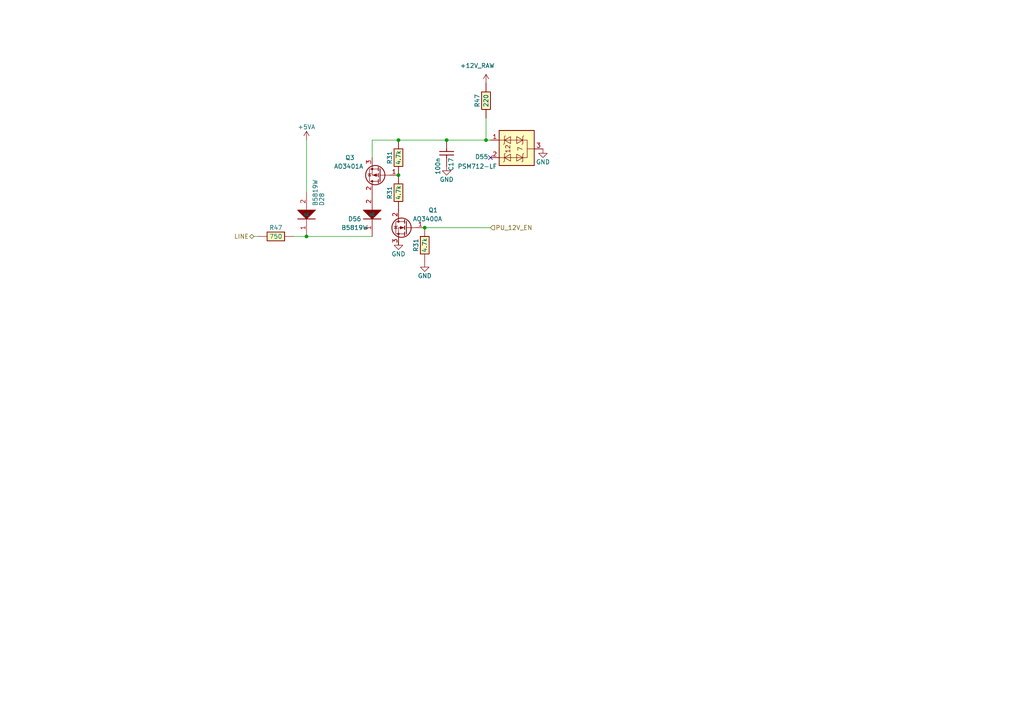
<source format=kicad_sch>
(kicad_sch (version 20230121) (generator eeschema)
  (paper "A4")
  (lib_symbols
    (symbol "MOSFET-P_7" (pin_names hide)
      (property "Reference" "Q" (at 5.207 0.9085 0))
      (property "Value" "MOSFET-P_7" (at 5.207 -1.8666 0))
      (symbol "MOSFET-P_7_0_1"
        (polyline (pts (xy 0.254 0) (xy -2.54 0)))
        (polyline (pts (xy 0.254 1.905) (xy 0.254 -1.905)) (stroke (width 0.254)))
        (polyline (pts (xy 0.762 -1.27) (xy 0.762 -2.286)) (stroke (width 0.254)))
        (polyline (pts (xy 0.762 0.508) (xy 0.762 -0.508)) (stroke (width 0.254)))
        (polyline (pts (xy 0.762 2.286) (xy 0.762 1.27)) (stroke (width 0.254)))
        (polyline (pts (xy 2.54 2.54) (xy 2.54 1.778)))
        (polyline (pts (xy 2.54 -2.54) (xy 2.54 0) (xy 0.762 0)))
        (polyline (pts (xy 0.762 1.778) (xy 3.302 1.778) (xy 3.302 -1.778) (xy 0.762 -1.778)))
        (polyline (pts (xy 2.286 0) (xy 1.27 0.381) (xy 1.27 -0.381) (xy 2.286 0)) (fill (type outline)))
        (polyline (pts (xy 2.794 -0.508) (xy 2.921 -0.381) (xy 3.683 -0.381) (xy 3.81 -0.254)))
        (polyline (pts (xy 3.302 -0.381) (xy 2.921 0.254) (xy 3.683 0.254) (xy 3.302 -0.381)))
        (circle (center 1.651 0) (radius 2.794) (stroke (width 0.254)))
        (circle (center 2.54 -1.778) (radius 0.254) (fill (type outline)))
        (circle (center 2.54 1.778) (radius 0.254) (fill (type outline)))
      )
      (symbol "MOSFET-P_7_1_1"
        (pin input line (at -5.08 0 0) (length 2.54) (name "G") (number "1"))
        (pin passive line (at 2.54 5.08 270) (length 2.54) (name "D") (number "2"))
        (pin passive line (at 2.54 -5.08 90) (length 2.54) (name "S") (number "3"))
      )
    )
    (symbol "hellen-one-common:+12V_RAW" (power) (pin_names (offset 0))
      (property "Value" "+12V_RAW" (at 0 3.556 0))
      (symbol "+12V_RAW_0_1"
        (polyline (pts (xy -0.762 1.27) (xy 0 2.54)))
        (polyline (pts (xy 0 0) (xy 0 2.54)))
        (polyline (pts (xy 0 2.54) (xy 0.762 1.27)))
      )
      (symbol "+12V_RAW_1_1"
        (pin power_in line (at 0 0 90) (length 0) hide (name "+12V_RAW") (number "1"))
      )
    )
    (symbol "hellen-one-common:1N4148WS"
      (property "Reference" "D" (at 0 2.54 0))
      (property "Value" "1N4148WS" (at 0 -3.81 0))
      (symbol "1N4148WS_1_0"
        (polyline (pts (xy 2.54 2.54) (xy 2.54 -2.54)) (stroke (width 0.254)))
        (polyline (pts (xy 0 -2.54) (xy 2.54 0) (xy 0 2.54) (xy 0 -2.54)) (stroke (width 0.254)) (fill (type outline)))
        (pin passive line (at 7.62 0 180) (length 5.08) (name "K") (number "1"))
        (pin passive line (at -5.08 0 0) (length 5.08) (name "A") (number "2"))
      )
    )
    (symbol "hellen-one-common:Cap" (pin_numbers hide)
      (property "Reference" "C" (at -3.81 2.54 0))
      (property "Value" "Cap" (at -2.54 -1.27 0))
      (symbol "Cap_1_0"
        (polyline (pts (xy -1.27 0) (xy -0.508 0)) (stroke (width 0.254)))
        (polyline (pts (xy -0.508 -2.032) (xy -0.508 2.032)) (stroke (width 0.254)))
        (polyline (pts (xy 0.508 2.032) (xy 0.508 -2.032)) (stroke (width 0.254)))
        (polyline (pts (xy 1.27 0) (xy 0.508 0)) (stroke (width 0.254)))
        (pin passive line (at -3.81 0 0) (length 2.54) (name "") (number "1"))
        (pin passive line (at 3.81 0 180) (length 2.54) (name "") (number "2"))
      )
    )
    (symbol "hellen-one-common:MOSFET-N" (pin_names hide)
      (property "Reference" "Q" (at 5.08 6.35 0))
      (property "Value" "MOSFET-N" (at 2.54 3.81 0))
      (symbol "MOSFET-N_0_1"
        (polyline (pts (xy 0.254 0) (xy -2.54 0)))
        (polyline (pts (xy 0.254 1.905) (xy 0.254 -1.905)) (stroke (width 0.254)))
        (polyline (pts (xy 0.762 -1.27) (xy 0.762 -2.286)) (stroke (width 0.254)))
        (polyline (pts (xy 0.762 0.508) (xy 0.762 -0.508)) (stroke (width 0.254)))
        (polyline (pts (xy 0.762 2.286) (xy 0.762 1.27)) (stroke (width 0.254)))
        (polyline (pts (xy 2.54 2.54) (xy 2.54 1.778)))
        (polyline (pts (xy 2.54 -2.54) (xy 2.54 0) (xy 0.762 0)))
        (polyline (pts (xy 0.762 -1.778) (xy 3.302 -1.778) (xy 3.302 1.778) (xy 0.762 1.778)))
        (polyline (pts (xy 1.016 0) (xy 2.032 0.381) (xy 2.032 -0.381) (xy 1.016 0)) (fill (type outline)))
        (polyline (pts (xy 2.794 0.508) (xy 2.921 0.381) (xy 3.683 0.381) (xy 3.81 0.254)))
        (polyline (pts (xy 3.302 0.381) (xy 2.921 -0.254) (xy 3.683 -0.254) (xy 3.302 0.381)))
        (circle (center 1.651 0) (radius 2.794) (stroke (width 0.254)))
        (circle (center 2.54 -1.778) (radius 0.254) (fill (type outline)))
        (circle (center 2.54 1.778) (radius 0.254) (fill (type outline)))
      )
      (symbol "MOSFET-N_1_1"
        (pin input line (at -5.08 0 0) (length 2.54) (name "G") (number "1"))
        (pin passive line (at 2.54 5.08 270) (length 2.54) (name "D") (number "2"))
        (pin passive line (at 2.54 -5.08 90) (length 2.54) (name "S") (number "3"))
      )
    )
    (symbol "hellen-one-common:PSM712"
      (property "Reference" "D?" (at 3.302 0.9085 0))
      (property "Value" "PSM712" (at 3.302 -1.8666 0))
      (symbol "PSM712_0_0"
        (text "12" (at -2.286 2.54 0) (effects (font (size 1.27 1.27))))
        (text "7" (at -2.286 -1.016 0) (effects (font (size 1.27 1.27))))
      )
      (symbol "PSM712_0_1"
        (rectangle (start -7.62 5.08) (end 2.54 -5.08) (stroke (width 0.254)) (fill (type background)))
        (polyline (pts (xy -4.826 5.08) (xy -4.826 -3.048) (xy -2.286 -3.048)) (stroke (width 0.1524)))
        (polyline (pts (xy -6.096 3.302) (xy -5.842 3.556) (xy -3.81 3.556) (xy -3.556 3.81)) (stroke (width 0.1524)))
        (polyline (pts (xy -4.826 -1.778) (xy -3.81 0) (xy -5.842 0) (xy -4.826 -1.778)) (stroke (width 0.1524)))
        (polyline (pts (xy -4.826 3.556) (xy -5.842 1.778) (xy -3.81 1.778) (xy -4.826 3.556)) (stroke (width 0.1524)))
        (polyline (pts (xy -3.556 -1.524) (xy -3.81 -1.778) (xy -5.842 -1.778) (xy -6.096 -2.032)) (stroke (width 0.1524)))
        (polyline (pts (xy -1.016 3.302) (xy -0.762 3.556) (xy 1.27 3.556) (xy 1.524 3.81)) (stroke (width 0.1524)))
        (polyline (pts (xy 0.254 -1.778) (xy 1.27 0) (xy -0.762 0) (xy 0.254 -1.778)) (stroke (width 0.1524)))
        (polyline (pts (xy 0.254 3.556) (xy -0.762 1.778) (xy 1.27 1.778) (xy 0.254 3.556)) (stroke (width 0.1524)))
        (polyline (pts (xy 0.254 5.08) (xy 0.254 -3.048) (xy -2.286 -3.048) (xy -2.286 -5.08)) (stroke (width 0.1524)))
        (polyline (pts (xy 1.524 -1.524) (xy 1.27 -1.778) (xy -0.762 -1.778) (xy -1.016 -2.032)) (stroke (width 0.1524)))
      )
      (symbol "PSM712_1_1"
        (pin passive line (at -4.826 7.62 270) (length 2.54) (name "") (number "1"))
        (pin passive line (at 0.254 7.62 270) (length 2.54) (name "") (number "2"))
        (pin passive line (at -2.286 -7.62 90) (length 2.54) (name "") (number "3"))
      )
    )
    (symbol "hellen-one-common:Res" (pin_numbers hide)
      (property "Reference" "R" (at 3.81 2.54 0))
      (property "Value" "Res" (at 5.08 -2.54 0))
      (symbol "Res_1_0"
        (rectangle (start 2.54 -1.27) (end 7.62 1.27) (stroke (width 0.254)) (fill (type background)))
        (pin passive line (at 0 0 0) (length 2.54) (name "") (number "1"))
        (pin passive line (at 10.16 0 180) (length 2.54) (name "") (number "2"))
      )
    )
    (symbol "power:+5VA" (power) (pin_names (offset 0))
      (property "Value" "+5VA" (at 0 3.556 0))
      (symbol "+5VA_0_1"
        (polyline (pts (xy -0.762 1.27) (xy 0 2.54)))
        (polyline (pts (xy 0 0) (xy 0 2.54)))
        (polyline (pts (xy 0 2.54) (xy 0.762 1.27)))
      )
      (symbol "+5VA_1_1"
        (pin power_in line (at 0 0 90) (length 0) hide (name "+5VA") (number "1"))
      )
    )
    (symbol "power:GND" (power) (pin_names (offset 0))
      (property "Value" "GND" (at 0 -3.81 0))
      (symbol "GND_0_1"
        (polyline (pts (xy 0 0) (xy 0 -1.27) (xy 1.27 -1.27) (xy 0 -2.54) (xy -1.27 -1.27) (xy 0 -1.27)))
      )
      (symbol "GND_1_1"
        (pin power_in line (at 0 0 270) (length 0) hide (name "GND") (number "1"))
      )
    )
  )
  (junction (at 115.57 50.8))
  (junction (at 88.9 68.58))
  (junction (at 140.97 40.64))
  (junction (at 115.57 40.64))
  (junction (at 123.19 66.04))
  (junction (at 129.54 40.64))
  (no_connect (at 142.24 45.72))
  (wire (pts (xy 140.97 40.64) (xy 129.54 40.64)))
  (wire (pts (xy 107.95 45.72) (xy 107.95 40.64)))
  (wire (pts (xy 88.9 40.64) (xy 88.9 55.88)))
  (wire (pts (xy 140.97 34.29) (xy 140.97 40.64)))
  (wire (pts (xy 85.09 68.58) (xy 88.9 68.58)))
  (wire (pts (xy 142.24 66.04) (xy 123.19 66.04)))
  (wire (pts (xy 73.66 68.58) (xy 74.93 68.58)))
  (wire (pts (xy 142.24 40.64) (xy 140.97 40.64)))
  (wire (pts (xy 107.95 68.58) (xy 88.9 68.58)))
  (wire (pts (xy 129.54 40.64) (xy 115.57 40.64)))
  (wire (pts (xy 107.95 40.64) (xy 115.57 40.64)))
  (wire (pts (xy 115.57 71.12) (xy 115.57 69.85)))
  (hierarchical_label "PU_12V_EN" (shape input) (at 142.24 66.04 0))
  (hierarchical_label "LINE" (shape bidirectional) (at 73.66 68.58 180))
  (symbol (lib_id "hellen-one-common:Res") (at 115.57 60.96 270) (mirror x) (unit 1)
    (property "Reference" "R31" (at 113.03 55.88 0))
    (property "Value" "4.7k" (at 115.57 55.88 0))
    (property "Footprint" "hellen-one-common:R0603" (effects hide))
    (property "LCSC" "C23162" (effects hide))
    (instances (project "alphax_4ch" (path "" (reference "R31") (unit 1)) (path "" (reference "R30") (unit 1)) (path "" (reference "R43") (unit 1))))
  )
  (symbol (lib_id "hellen-one-common:1N4148WS") (at 107.95 60.96 90) (mirror x) (unit 1)
    (property "Reference" "D56" (at 102.87 63.5 90))
    (property "Value" "B5819W" (at 102.87 66.04 90))
    (property "Footprint" "hellen-one-common:SOD-123" (effects hide))
    (property "LCSC" "C8598" (effects hide))
    (instances (project "alphax_4ch" (path "" (reference "D56") (unit 1)) (path "" (reference "D26") (unit 1))))
  )
  (symbol (lib_id "power:GND") (at 123.19 76.2 0) (mirror y) (unit 1)
    (property "Reference" "#PWR025" (effects hide))
    (property "Value" "GND" (at 123.19 80.01 0))
    (instances (project "alphax_4ch" (path "" (reference "#PWR025") (unit 1)) (path "" (reference "#PWR0215") (unit 1))))
  )
  (symbol (lib_id "hellen-one-common:Cap") (at 129.54 44.45 90) (unit 1)
    (property "Reference" "C17" (at 130.81 45.72 0) (effects (justify right)))
    (property "Value" "100n" (at 127 45.72 0) (effects (justify right)))
    (property "Footprint" "hellen-one-common:C0603" (effects hide))
    (property "LCSC" "C14663" (effects hide))
    (instances (project "alphax_4ch" (path "" (reference "C17") (unit 1)) (path "" (reference "C5") (unit 1))))
  )
  (symbol (lib_id "hellen-one-common:PSM712") (at 149.86 45.466 90) (mirror x) (unit 1)
    (property "Reference" "D55" (at 139.7 45.466 90))
    (property "Value" "PSM712-LF" (at 138.43 48.26 90))
    (property "Footprint" "hellen-one-common:SOT-23" (effects hide))
    (property "Datasheet" "https://datasheet.lcsc.com/lcsc/1811061632_ProTek-Devices-PSM712-LF-T7_C32677.pdf" (effects hide))
    (property "LCSC" "C32677" (effects hide))
    (instances (project "alphax_4ch" (path "" (reference "D55") (unit 1)) (path "" (reference "D25") (unit 1))))
  )
  (symbol (lib_name "MOSFET-P_7") (lib_id "hellen-one-common:MOSFET-P") (at 110.49 50.8 180) (unit 1)
    (property "Reference" "Q3" (at 102.87 45.72 0) (effects (justify left)))
    (property "Value" "AO3401A" (at 105.41 48.26 0) (effects (justify left)))
    (property "Footprint" "hellen-one-common:SOT-23" (effects hide))
    (property "Datasheet" "https://datasheet.lcsc.com/lcsc/1810171817_Alpha-&-Omega-Semicon-AO3401A_C15127.pdf" (effects hide))
    (property "LCSC" "C15127" (effects hide))
    (instances (project "alphax_4ch" (path "" (reference "Q3") (unit 1)) (path "" (reference "Q21") (unit 1))))
  )
  (symbol (lib_id "power:+5VA") (at 88.9 40.64 0) (mirror y) (unit 1)
    (property "Reference" "#PWR067" (effects hide))
    (property "Value" "+5VA" (at 88.9 36.83 0))
    (instances (project "alphax_4ch" (path "" (reference "#PWR067") (unit 1)) (path "" (reference "#PWR055") (unit 1)) (path "" (reference "#PWR049") (unit 1))))
  )
  (symbol (lib_id "hellen-one-common:Res") (at 115.57 50.8 270) (mirror x) (unit 1)
    (property "Reference" "R31" (at 113.03 45.72 0))
    (property "Value" "4.7k" (at 115.57 45.72 0))
    (property "Footprint" "hellen-one-common:R0603" (effects hide))
    (property "LCSC" "C23162" (effects hide))
    (instances (project "alphax_4ch" (path "" (reference "R31") (unit 1)) (path "" (reference "R30") (unit 1)) (path "" (reference "R42") (unit 1))))
  )
  (symbol (lib_id "hellen-one-common:MOSFET-N") (at 118.11 66.04 0) (mirror y) (unit 1)
    (property "Reference" "Q1" (at 127 60.96 0) (effects (justify left)))
    (property "Value" "AO3400A" (at 128.27 63.5 0) (effects (justify left)))
    (property "Footprint" "hellen-one-common:SOT-23" (effects hide))
    (property "LCSC" " C20917" (effects hide))
    (instances (project "alphax_4ch" (path "" (reference "Q1") (unit 1)) (path "" (reference "Q20") (unit 1))))
  )
  (symbol (lib_id "hellen-one-common:Res") (at 140.97 34.29 90) (unit 1)
    (property "Reference" "R47" (at 138.43 29.21 0))
    (property "Value" "220" (at 140.97 29.21 0))
    (property "Footprint" "hellen-one-common:R0805" (effects hide))
    (property "LCSC" "C17557" (effects hide))
    (instances (project "alphax_4ch" (path "" (reference "R47") (unit 1)) (path "" (reference "R33") (unit 1))))
  )
  (symbol (lib_id "hellen-one-common:Res") (at 123.19 76.2 270) (mirror x) (unit 1)
    (property "Reference" "R31" (at 120.65 71.12 0))
    (property "Value" "4.7k" (at 123.19 71.12 0))
    (property "Footprint" "hellen-one-common:R0603" (effects hide))
    (property "LCSC" "C23162" (effects hide))
    (instances (project "alphax_4ch" (path "" (reference "R31") (unit 1)) (path "" (reference "R30") (unit 1)) (path "" (reference "R44") (unit 1))))
  )
  (symbol (lib_id "power:GND") (at 157.48 43.18 0) (mirror y) (unit 1)
    (property "Reference" "#PWR039" (effects hide))
    (property "Value" "GND" (at 157.48 46.99 0))
    (instances (project "alphax_4ch" (path "" (reference "#PWR039") (unit 1)) (path "" (reference "#PWR0213") (unit 1))))
  )
  (symbol (lib_id "power:GND") (at 115.57 69.85 0) (mirror y) (unit 1)
    (property "Reference" "#PWR025" (effects hide))
    (property "Value" "GND" (at 115.57 73.66 0))
    (instances (project "alphax_4ch" (path "" (reference "#PWR025") (unit 1)) (path "" (reference "#PWR0216") (unit 1))))
  )
  (symbol (lib_id "hellen-one-common:Res") (at 85.09 68.58 180) (unit 1)
    (property "Reference" "R47" (at 80.01 66.04 0))
    (property "Value" "750" (at 80.01 68.58 0))
    (property "Footprint" "hellen-one-common:R0805" (effects hide))
    (property "LCSC" "C17818" (effects hide))
    (instances (project "alphax_4ch" (path "" (reference "R47") (unit 1)) (path "" (reference "R45") (unit 1))))
  )
  (symbol (lib_id "power:GND") (at 129.54 48.26 0) (unit 1)
    (property "Reference" "#PWR070" (effects hide))
    (property "Value" "GND" (at 129.54 52.07 0))
    (instances (project "alphax_4ch" (path "" (reference "#PWR070") (unit 1)) (path "" (reference "#PWR0214") (unit 1))))
  )
  (symbol (lib_id "hellen-one-common:1N4148WS") (at 88.9 60.96 90) (mirror x) (unit 1)
    (property "Reference" "D28" (at 93.3357 57.8251 0))
    (property "Value" "B5819W" (at 91.44 55.88 0))
    (property "Footprint" "hellen-one-common:SOD-123" (effects hide))
    (property "LCSC" "C8598" (effects hide))
    (instances (project "alphax_4ch" (path "" (reference "D28") (unit 1)) (path "" (reference "D27") (unit 1))))
  )
  (symbol (lib_id "hellen-one-common:+12V_RAW") (at 140.97 24.13 0) (mirror y) (unit 1)
    (property "Reference" "#PWR038" (effects hide))
    (property "Value" "+12V_RAW" (at 143.51 19.05 0) (effects (justify left)))
    (instances (project "alphax_4ch" (path "" (reference "#PWR038") (unit 1)) (path "" (reference "#PWR0189") (unit 1))))
  )
)
</source>
